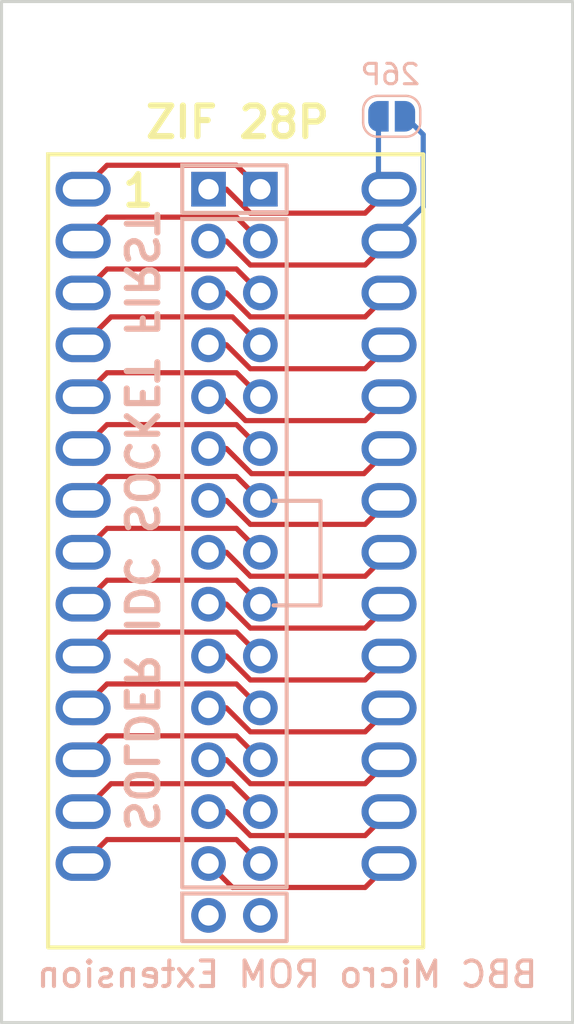
<source format=kicad_pcb>
(kicad_pcb (version 20221018) (generator pcbnew)
  (layers (0 "F.Cu" signal) (31 "B.Cu" signal) (34 "B.Paste" user) (35 "F.Paste" user) (36 "B.SilkS" user "B.Silkscreen") (37 "F.SilkS" user "F.Silkscreen") (38 "B.Mask" user) (39 "F.Mask" user) (44 "Edge.Cuts" user))
  (net 0 "")
  (net 1 "Net-(J3-Pin_3)")
  (net 2 "Net-(J3-Pin_4)")
  (net 3 "Net-(J3-Pin_5)")
  (net 4 "Net-(J3-Pin_6)")
  (net 5 "Net-(J3-Pin_7)")
  (net 6 "Net-(J3-Pin_8)")
  (net 7 "Net-(J3-Pin_9)")
  (net 8 "Net-(J3-Pin_10)")
  (net 9 "Net-(J3-Pin_11)")
  (net 10 "Net-(J3-Pin_12)")
  (net 11 "Net-(J3-Pin_13)")
  (net 12 "Net-(J3-Pin_14)")
  (net 13 "Net-(J1-Pin_2)")
  (net 14 "Net-(J1-Pin_3)")
  (net 15 "Net-(J1-Pin_4)")
  (net 16 "Net-(J1-Pin_5)")
  (net 17 "Net-(J1-Pin_6)")
  (net 18 "Net-(J1-Pin_7)")
  (net 19 "Net-(J1-Pin_8)")
  (net 20 "Net-(J1-Pin_9)")
  (net 21 "Net-(J1-Pin_10)")
  (net 22 "Net-(J1-Pin_11)")
  (net 23 "Net-(J1-Pin_12)")
  (net 24 "Net-(J1-Pin_13)")
  (net 25 "Net-(J1-Pin_14)")
  (net 26 "PIN28")
  (net 27 "PIN27")
  (net 28 "PIN1")
  (footprint "Connector_PinHeader_2.54mm:PinHeader_1x14_P2.54mm_Vertical" (layer "F.Cu") (at 134.7 77.15)
    (fp_text reference "J1" hide)
    (fp_text value "Conn_01x14" hide)
    (pad "1" thru_hole oval (at 0 0) (size 2.7 1.7) (drill oval 2 1) (layers "*.Cu" "B.Mask") (net 28 "PIN1"))
    (pad "2" thru_hole oval (at 0 2.54) (size 2.7 1.7) (drill oval 2 1) (layers "*.Cu" "B.Mask") (net 13 "Net-(J1-Pin_2)"))
    (pad "3" thru_hole oval (at 0 5.08) (size 2.7 1.7) (drill oval 2 1) (layers "*.Cu" "B.Mask") (net 14 "Net-(J1-Pin_3)"))
    (pad "4" thru_hole oval (at 0 7.62) (size 2.7 1.7) (drill oval 2 1) (layers "*.Cu" "B.Mask") (net 15 "Net-(J1-Pin_4)"))
    (pad "5" thru_hole oval (at 0 10.16) (size 2.7 1.7) (drill oval 2 1) (layers "*.Cu" "B.Mask") (net 16 "Net-(J1-Pin_5)"))
    (pad "6" thru_hole oval (at 0 12.7) (size 2.7 1.7) (drill oval 2 1) (layers "*.Cu" "B.Mask") (net 17 "Net-(J1-Pin_6)"))
    (pad "7" thru_hole oval (at 0 15.24) (size 2.7 1.7) (drill oval 2 1) (layers "*.Cu" "B.Mask") (net 18 "Net-(J1-Pin_7)"))
    (pad "8" thru_hole oval (at 0 17.78) (size 2.7 1.7) (drill oval 2 1) (layers "*.Cu" "B.Mask") (net 19 "Net-(J1-Pin_8)"))
    (pad "9" thru_hole oval (at 0 20.32) (size 2.7 1.7) (drill oval 2 1) (layers "*.Cu" "B.Mask") (net 20 "Net-(J1-Pin_9)"))
    (pad "10" thru_hole oval (at 0 22.86) (size 2.7 1.7) (drill oval 2 1) (layers "*.Cu" "B.Mask") (net 21 "Net-(J1-Pin_10)"))
    (pad "11" thru_hole oval (at 0 25.4) (size 2.7 1.7) (drill oval 2 1) (layers "*.Cu" "B.Mask") (net 22 "Net-(J1-Pin_11)"))
    (pad "12" thru_hole oval (at 0 27.94) (size 2.7 1.7) (drill oval 2 1) (layers "*.Cu" "B.Mask") (net 23 "Net-(J1-Pin_12)"))
    (pad "13" thru_hole oval (at 0 30.48) (size 2.7 1.7) (drill oval 2 1) (layers "*.Cu" "B.Mask") (net 24 "Net-(J1-Pin_13)"))
    (pad "14" thru_hole oval (at 0 33.02) (size 2.7 1.7) (drill oval 2 1) (layers "*.Cu" "B.Mask") (net 25 "Net-(J1-Pin_14)"))
  )
  (footprint "Connector_PinSocket_2.54mm:PinSocket_1x15_P2.54mm_Vertical" (layer "F.Cu") (at 140.85 77.15)
    (fp_text reference "J3" hide)
    (fp_text value "Conn_01x15")
    (pad "1" thru_hole rect (at 0 0) (size 1.7 1.7) (drill 1) (layers "*.Cu" "F.Mask") (net 26 "PIN28"))
    (pad "2" thru_hole oval (at 0 2.54) (size 1.7 1.7) (drill 1) (layers "*.Cu" "F.Mask") (net 27 "PIN27"))
    (pad "3" thru_hole oval (at 0 5.08) (size 1.7 1.7) (drill 1) (layers "*.Cu" "F.Mask") (net 1 "Net-(J3-Pin_3)"))
    (pad "4" thru_hole oval (at 0 7.62) (size 1.7 1.7) (drill 1) (layers "*.Cu" "F.Mask") (net 2 "Net-(J3-Pin_4)"))
    (pad "5" thru_hole oval (at 0 10.16) (size 1.7 1.7) (drill 1) (layers "*.Cu" "F.Mask") (net 3 "Net-(J3-Pin_5)"))
    (pad "6" thru_hole oval (at 0 12.7) (size 1.7 1.7) (drill 1) (layers "*.Cu" "F.Mask") (net 4 "Net-(J3-Pin_6)"))
    (pad "7" thru_hole oval (at 0 15.24) (size 1.7 1.7) (drill 1) (layers "*.Cu" "F.Mask") (net 5 "Net-(J3-Pin_7)"))
    (pad "8" thru_hole oval (at 0 17.78) (size 1.7 1.7) (drill 1) (layers "*.Cu" "F.Mask") (net 6 "Net-(J3-Pin_8)"))
    (pad "9" thru_hole oval (at 0 20.32) (size 1.7 1.7) (drill 1) (layers "*.Cu" "F.Mask") (net 7 "Net-(J3-Pin_9)"))
    (pad "10" thru_hole oval (at 0 22.86) (size 1.7 1.7) (drill 1) (layers "*.Cu" "F.Mask") (net 8 "Net-(J3-Pin_10)"))
    (pad "11" thru_hole oval (at 0 25.4) (size 1.7 1.7) (drill 1) (layers "*.Cu" "F.Mask") (net 9 "Net-(J3-Pin_11)"))
    (pad "12" thru_hole oval (at 0 27.94) (size 1.7 1.7) (drill 1) (layers "*.Cu" "F.Mask") (net 10 "Net-(J3-Pin_12)"))
    (pad "13" thru_hole oval (at 0 30.48) (size 1.7 1.7) (drill 1) (layers "*.Cu" "F.Mask") (net 11 "Net-(J3-Pin_13)"))
    (pad "14" thru_hole oval (at 0 33.02) (size 1.7 1.7) (drill 1) (layers "*.Cu" "F.Mask") (net 12 "Net-(J3-Pin_14)"))
    (pad "15" thru_hole oval (at 0 35.56) (size 1.7 1.7) (drill 1) (layers "*.Cu" "F.Mask"))
  )
  (footprint "Connector_PinHeader_2.54mm:PinHeader_1x14_P2.54mm_Vertical" (layer "F.Cu") (at 149.7 77.15)
    (fp_text reference "J4" hide)
    (fp_text value "Conn_01x14")
    (pad "1" thru_hole oval (at 0 0) (size 2.7 1.7) (drill oval 2 1) (layers "*.Cu" "B.Mask") (net 26 "PIN28"))
    (pad "2" thru_hole oval (at 0 2.54) (size 2.7 1.7) (drill oval 2 1) (layers "*.Cu" "B.Mask") (net 27 "PIN27"))
    (pad "3" thru_hole oval (at 0 5.08) (size 2.7 1.7) (drill oval 2 1) (layers "*.Cu" "B.Mask") (net 1 "Net-(J3-Pin_3)"))
    (pad "4" thru_hole oval (at 0 7.62) (size 2.7 1.7) (drill oval 2 1) (layers "*.Cu" "B.Mask") (net 2 "Net-(J3-Pin_4)"))
    (pad "5" thru_hole oval (at 0 10.16) (size 2.7 1.7) (drill oval 2 1) (layers "*.Cu" "B.Mask") (net 3 "Net-(J3-Pin_5)"))
    (pad "6" thru_hole oval (at 0 12.7) (size 2.7 1.7) (drill oval 2 1) (layers "*.Cu" "B.Mask") (net 4 "Net-(J3-Pin_6)"))
    (pad "7" thru_hole oval (at 0 15.24) (size 2.7 1.7) (drill oval 2 1) (layers "*.Cu" "B.Mask") (net 5 "Net-(J3-Pin_7)"))
    (pad "8" thru_hole oval (at 0 17.78) (size 2.7 1.7) (drill oval 2 1) (layers "*.Cu" "B.Mask") (net 6 "Net-(J3-Pin_8)"))
    (pad "9" thru_hole oval (at 0 20.32) (size 2.7 1.7) (drill oval 2 1) (layers "*.Cu" "B.Mask") (net 7 "Net-(J3-Pin_9)"))
    (pad "10" thru_hole oval (at 0 22.86) (size 2.7 1.7) (drill oval 2 1) (layers "*.Cu" "B.Mask") (net 8 "Net-(J3-Pin_10)"))
    (pad "11" thru_hole oval (at 0 25.4) (size 2.7 1.7) (drill oval 2 1) (layers "*.Cu" "B.Mask") (net 9 "Net-(J3-Pin_11)"))
    (pad "12" thru_hole oval (at 0 27.94) (size 2.7 1.7) (drill oval 2 1) (layers "*.Cu" "B.Mask") (net 10 "Net-(J3-Pin_12)"))
    (pad "13" thru_hole oval (at 0 30.48) (size 2.7 1.7) (drill oval 2 1) (layers "*.Cu" "B.Mask") (net 11 "Net-(J3-Pin_13)"))
    (pad "14" thru_hole oval (at 0 33.02) (size 2.7 1.7) (drill oval 2 1) (layers "*.Cu" "B.Mask") (net 12 "Net-(J3-Pin_14)"))
  )
  (footprint "Connector_PinSocket_2.54mm:PinSocket_1x15_P2.54mm_Vertical" (layer "F.Cu") (at 143.39 77.15)
    (fp_text reference "J2" hide)
    (fp_text value "Conn_01x15")
    (pad "1" thru_hole rect (at 0 0) (size 1.7 1.7) (drill 1) (layers "*.Cu" "F.Mask") (net 28 "PIN1"))
    (pad "2" thru_hole oval (at 0 2.54) (size 1.7 1.7) (drill 1) (layers "*.Cu" "F.Mask") (net 13 "Net-(J1-Pin_2)"))
    (pad "3" thru_hole oval (at 0 5.08) (size 1.7 1.7) (drill 1) (layers "*.Cu" "F.Mask") (net 14 "Net-(J1-Pin_3)"))
    (pad "4" thru_hole oval (at 0 7.62) (size 1.7 1.7) (drill 1) (layers "*.Cu" "F.Mask") (net 15 "Net-(J1-Pin_4)"))
    (pad "5" thru_hole oval (at 0 10.16) (size 1.7 1.7) (drill 1) (layers "*.Cu" "F.Mask") (net 16 "Net-(J1-Pin_5)"))
    (pad "6" thru_hole oval (at 0 12.7) (size 1.7 1.7) (drill 1) (layers "*.Cu" "F.Mask") (net 17 "Net-(J1-Pin_6)"))
    (pad "7" thru_hole oval (at 0 15.24) (size 1.7 1.7) (drill 1) (layers "*.Cu" "F.Mask") (net 18 "Net-(J1-Pin_7)"))
    (pad "8" thru_hole oval (at 0 17.78) (size 1.7 1.7) (drill 1) (layers "*.Cu" "F.Mask") (net 19 "Net-(J1-Pin_8)"))
    (pad "9" thru_hole oval (at 0 20.32) (size 1.7 1.7) (drill 1) (layers "*.Cu" "F.Mask") (net 20 "Net-(J1-Pin_9)"))
    (pad "10" thru_hole oval (at 0 22.86) (size 1.7 1.7) (drill 1) (layers "*.Cu" "F.Mask") (net 21 "Net-(J1-Pin_10)"))
    (pad "11" thru_hole oval (at 0 25.4) (size 1.7 1.7) (drill 1) (layers "*.Cu" "F.Mask") (net 22 "Net-(J1-Pin_11)"))
    (pad "12" thru_hole oval (at 0 27.94) (size 1.7 1.7) (drill 1) (layers "*.Cu" "F.Mask") (net 23 "Net-(J1-Pin_12)"))
    (pad "13" thru_hole oval (at 0 30.48) (size 1.7 1.7) (drill 1) (layers "*.Cu" "F.Mask") (net 24 "Net-(J1-Pin_13)"))
    (pad "14" thru_hole oval (at 0 33.02) (size 1.7 1.7) (drill 1) (layers "*.Cu" "F.Mask") (net 25 "Net-(J1-Pin_14)"))
    (pad "15" thru_hole oval (at 0 35.56) (size 1.7 1.7) (drill 1) (layers "*.Cu" "F.Mask"))
  )
  (footprint "Jumper:SolderJumper-2_P1.3mm_Open_RoundedPad1.0x1.5mm" (layer "B.Cu") (at 149.83 73.58)
    (fp_text reference "JP1" hide)
    (fp_text value "26P" (at -0.07 -2.05 unlocked) (layer "B.SilkS") (effects (justify mirror)))
    (fp_line (start -1.4 -0.3) (end -1.4 0.3) (stroke (width 0.12)) (layer "B.SilkS"))
    (fp_line (start -0.7 1) (end 0.7 1) (stroke (width 0.12)) (layer "B.SilkS"))
    (fp_line (start 0.7 -1) (end -0.7 -1) (stroke (width 0.12)) (layer "B.SilkS"))
    (fp_line (start 1.4 0.3) (end 1.4 -0.3) (stroke (width 0.12)) (layer "B.SilkS"))
    (fp_arc (start -1.4 -0.3) (mid -1.194975 -0.794975) (end -0.7 -1) (stroke (width 0.12)) (layer "B.SilkS"))
    (fp_arc (start -0.7 1) (mid -1.194975 0.794975) (end -1.4 0.3) (stroke (width 0.12)) (layer "B.SilkS"))
    (fp_arc (start 0.7 -1) (mid 1.194975 -0.794975) (end 1.4 -0.3) (stroke (width 0.12)) (layer "B.SilkS"))
    (fp_arc (start 1.4 0.3) (mid 1.194975 0.794975) (end 0.7 1) (stroke (width 0.12)) (layer "B.SilkS"))
    (pad "1" smd custom (at -0.65 0) (size 1 0.5) (layers "B.Cu" "B.Mask") (net 26 "PIN28") (options (clearance outline) (anchor rect)) (primitives (gr_circle (center 0 -0.25) (end 0.5 -0.25) (width 0) (fill yes)) (gr_circle (center 0 0.25) (end 0.5 0.25) (width 0) (fill yes)) (gr_poly (pts (xy 0.5 -0.75) (xy 0 -0.75) (xy 0 0.75) (xy 0.5 0.75)) (width 0) (fill yes))))
    (pad "2" smd custom (at 0.65 0) (size 1 0.5) (layers "B.Cu" "B.Mask") (net 27 "PIN27") (options (clearance outline) (anchor rect)) (primitives (gr_circle (center 0 -0.25) (end 0.5 -0.25) (width 0) (fill yes)) (gr_circle (center 0 0.25) (end 0.5 0.25) (width 0) (fill yes)) (gr_poly (pts (xy 0 -0.75) (xy -0.5 -0.75) (xy -0.5 0.75) (xy 0 0.75)) (width 0) (fill yes))))
  )
  (gr_line (start 146.34 92.41) (end 144.04 92.41) (stroke (width 0.2)) (layer "B.SilkS"))
  (gr_rect (start 139.56 78.61) (end 144.68 111.34) (stroke (width 0.2)) (fill none) (layer "B.SilkS"))
  (gr_line (start 146.34 97.53) (end 144.04 97.53) (stroke (width 0.2)) (layer "B.SilkS"))
  (gr_rect (start 139.56 75.98) (end 144.68 78.31) (stroke (width 0.2)) (fill none) (layer "B.SilkS"))
  (gr_rect (start 139.56 111.64) (end 144.68 113.97) (stroke (width 0.2)) (fill none) (layer "B.SilkS"))
  (gr_line (start 146.34 97.53) (end 146.34 92.41) (stroke (width 0.2)) (layer "B.SilkS"))
  (gr_rect (start 132.985 75.44) (end 151.375 114.28) (stroke (width 0.2)) (fill none) (layer "F.SilkS"))
  (gr_line (start 158.7 67.96) (end 158.7 117.96) (stroke (width 0.15)) (layer "Edge.Cuts"))
  (gr_line (start 130.7 117.96) (end 158.7 117.96) (stroke (width 0.15)) (layer "Edge.Cuts"))
  (gr_line (start 130.7 67.96) (end 158.7 67.96) (stroke (width 0.15)) (layer "Edge.Cuts"))
  (gr_line (start 130.7 67.96) (end 130.7 117.96) (stroke (width 0.15)) (layer "Edge.Cuts"))
  (gr_text "BBC Micro ROM Extension" (at 144.7 115.6) (layer "B.SilkS") (effects (font (size 1.25 1.25) (thickness 0.2)) (justify mirror)))
  (gr_text "SOLDER IDC SOCKET FIRST" (at 136.64 108.75 -90) (layer "B.SilkS") (effects (font (size 1.5 1.5) (thickness 0.3) bold) (justify left bottom mirror)))
  (gr_text "ZIF 28P" (at 137.61 74.75) (layer "F.SilkS") (effects (font (size 1.5 1.5) (thickness 0.3) bold) (justify left bottom)))
  (gr_text "1" (at 136.49 78.11) (layer "F.SilkS") (effects (font (size 1.5 1.5) (thickness 0.3) bold) (justify left bottom)))
  (segment (start 142.899462 83.402344) (end 148.527656 83.402344) (width 0.254) (layer "F.Cu") (net 1))
  (segment (start 148.527656 83.402344) (end 149.7 82.23) (width 0.254) (layer "F.Cu") (net 1))
  (segment (start 141.727118 82.23) (end 142.899462 83.402344) (width 0.254) (layer "F.Cu") (net 1))
  (segment (start 140.85 82.23) (end 141.727118 82.23) (width 0.254) (layer "F.Cu") (net 1))
  (segment (start 148.527656 85.942344) (end 149.7 84.77) (width 0.254) (layer "F.Cu") (net 2))
  (segment (start 142.899462 85.942344) (end 148.527656 85.942344) (width 0.254) (layer "F.Cu") (net 2))
  (segment (start 141.727118 84.77) (end 142.899462 85.942344) (width 0.254) (layer "F.Cu") (net 2))
  (segment (start 140.85 84.77) (end 141.727118 84.77) (width 0.254) (layer "F.Cu") (net 2))
  (segment (start 149.7 87.31) (end 148.527656 88.482344) (width 0.254) (layer "F.Cu") (net 3))
  (segment (start 142.664397 88.482344) (end 141.492053 87.31) (width 0.254) (layer "F.Cu") (net 3))
  (segment (start 141.492053 87.31) (end 140.85 87.31) (width 0.254) (layer "F.Cu") (net 3))
  (segment (start 148.527656 88.482344) (end 142.664397 88.482344) (width 0.254) (layer "F.Cu") (net 3))
  (segment (start 140.85 89.85) (end 141.727118 89.85) (width 0.254) (layer "F.Cu") (net 4))
  (segment (start 141.727118 89.85) (end 142.957118 91.08) (width 0.254) (layer "F.Cu") (net 4))
  (segment (start 148.47 91.08) (end 149.7 89.85) (width 0.254) (layer "F.Cu") (net 4))
  (segment (start 142.957118 91.08) (end 148.47 91.08) (width 0.254) (layer "F.Cu") (net 4))
  (segment (start 140.85 92.39) (end 141.727118 92.39) (width 0.254) (layer "F.Cu") (net 5))
  (segment (start 142.899462 93.562344) (end 148.527656 93.562344) (width 0.254) (layer "F.Cu") (net 5))
  (segment (start 141.727118 92.39) (end 142.899462 93.562344) (width 0.254) (layer "F.Cu") (net 5))
  (segment (start 148.527656 93.562344) (end 149.7 92.39) (width 0.254) (layer "F.Cu") (net 5))
  (segment (start 140.85 94.93) (end 141.727118 94.93) (width 0.254) (layer "F.Cu") (net 6))
  (segment (start 141.727118 94.93) (end 142.899462 96.102344) (width 0.254) (layer "F.Cu") (net 6))
  (segment (start 142.899462 96.102344) (end 148.527656 96.102344) (width 0.254) (layer "F.Cu") (net 6))
  (segment (start 148.527656 96.102344) (end 149.7 94.93) (width 0.254) (layer "F.Cu") (net 6))
  (segment (start 140.85 97.47) (end 141.727118 97.47) (width 0.254) (layer "F.Cu") (net 7))
  (segment (start 148.527656 98.642344) (end 149.7 97.47) (width 0.254) (layer "F.Cu") (net 7))
  (segment (start 141.727118 97.47) (end 142.899462 98.642344) (width 0.254) (layer "F.Cu") (net 7))
  (segment (start 142.899462 98.642344) (end 148.527656 98.642344) (width 0.254) (layer "F.Cu") (net 7))
  (segment (start 141.727118 100.01) (end 142.899462 101.182344) (width 0.254) (layer "F.Cu") (net 8))
  (segment (start 142.899462 101.182344) (end 148.527656 101.182344) (width 0.254) (layer "F.Cu") (net 8))
  (segment (start 140.85 100.01) (end 141.727118 100.01) (width 0.254) (layer "F.Cu") (net 8))
  (segment (start 148.527656 101.182344) (end 149.7 100.01) (width 0.254) (layer "F.Cu") (net 8))
  (segment (start 140.85 102.55) (end 141.727118 102.55) (width 0.254) (layer "F.Cu") (net 9))
  (segment (start 142.899462 103.722344) (end 148.527656 103.722344) (width 0.254) (layer "F.Cu") (net 9))
  (segment (start 148.527656 103.722344) (end 149.7 102.55) (width 0.254) (layer "F.Cu") (net 9))
  (segment (start 141.727118 102.55) (end 142.899462 103.722344) (width 0.254) (layer "F.Cu") (net 9))
  (segment (start 148.527656 106.262344) (end 149.7 105.09) (width 0.254) (layer "F.Cu") (net 10))
  (segment (start 142.899462 106.262344) (end 148.527656 106.262344) (width 0.254) (layer "F.Cu") (net 10))
  (segment (start 141.727118 105.09) (end 142.899462 106.262344) (width 0.254) (layer "F.Cu") (net 10))
  (segment (start 140.85 105.09) (end 141.727118 105.09) (width 0.254) (layer "F.Cu") (net 10))
  (segment (start 142.899462 108.802344) (end 148.527656 108.802344) (width 0.254) (layer "F.Cu") (net 11))
  (segment (start 148.527656 108.802344) (end 149.7 107.63) (width 0.254) (layer "F.Cu") (net 11))
  (segment (start 140.85 107.63) (end 141.727118 107.63) (width 0.254) (layer "F.Cu") (net 11))
  (segment (start 141.727118 107.63) (end 142.899462 108.802344) (width 0.254) (layer "F.Cu") (net 11))
  (segment (start 148.527656 111.342344) (end 149.7 110.17) (width 0.254) (layer "F.Cu") (net 12))
  (segment (start 142.022344 111.342344) (end 148.527656 111.342344) (width 0.254) (layer "F.Cu") (net 12))
  (segment (start 140.85 110.17) (end 142.022344 111.342344) (width 0.254) (layer "F.Cu") (net 12))
  (segment (start 142.217656 78.517656) (end 143.39 79.69) (width 0.254) (layer "F.Cu") (net 13))
  (segment (start 135.872344 78.517656) (end 142.217656 78.517656) (width 0.254) (layer "F.Cu") (net 13))
  (segment (start 134.7 79.69) (end 135.872344 78.517656) (width 0.254) (layer "F.Cu") (net 13))
  (segment (start 134.7 82.23) (end 135.872344 81.057656) (width 0.254) (layer "F.Cu") (net 14))
  (segment (start 135.872344 81.057656) (end 142.217656 81.057656) (width 0.254) (layer "F.Cu") (net 14))
  (segment (start 142.217656 81.057656) (end 143.39 82.23) (width 0.254) (layer "F.Cu") (net 14))
  (segment (start 136.067656 83.402344) (end 142.022344 83.402344) (width 0.254) (layer "F.Cu") (net 15))
  (segment (start 142.022344 83.402344) (end 143.39 84.77) (width 0.254) (layer "F.Cu") (net 15))
  (segment (start 134.7 84.77) (end 136.067656 83.402344) (width 0.254) (layer "F.Cu") (net 15))
  (segment (start 134.7 87.31) (end 135.872344 86.137656) (width 0.254) (layer "F.Cu") (net 16))
  (segment (start 135.872344 86.137656) (end 142.217656 86.137656) (width 0.254) (layer "F.Cu") (net 16))
  (segment (start 142.217656 86.137656) (end 143.39 87.31) (width 0.254) (layer "F.Cu") (net 16))
  (segment (start 134.7 89.85) (end 135.872344 88.677656) (width 0.254) (layer "F.Cu") (net 17))
  (segment (start 142.217656 88.677656) (end 143.39 89.85) (width 0.254) (layer "F.Cu") (net 17))
  (segment (start 135.872344 88.677656) (end 142.217656 88.677656) (width 0.254) (layer "F.Cu") (net 17))
  (segment (start 142.217656 91.217656) (end 143.39 92.39) (width 0.254) (layer "F.Cu") (net 18))
  (segment (start 134.7 92.39) (end 135.872344 91.217656) (width 0.254) (layer "F.Cu") (net 18))
  (segment (start 135.872344 91.217656) (end 142.217656 91.217656) (width 0.254) (layer "F.Cu") (net 18))
  (segment (start 134.7 94.93) (end 135.872344 93.757656) (width 0.254) (layer "F.Cu") (net 19))
  (segment (start 135.872344 93.757656) (end 142.217656 93.757656) (width 0.254) (layer "F.Cu") (net 19))
  (segment (start 142.217656 93.757656) (end 143.39 94.93) (width 0.254) (layer "F.Cu") (net 19))
  (segment (start 135.872344 96.297656) (end 142.217656 96.297656) (width 0.254) (layer "F.Cu") (net 20))
  (segment (start 142.217656 96.297656) (end 143.39 97.47) (width 0.254) (layer "F.Cu") (net 20))
  (segment (start 134.7 97.47) (end 135.872344 96.297656) (width 0.254) (layer "F.Cu") (net 20))
  (segment (start 142.217656 98.837656) (end 143.39 100.01) (width 0.254) (layer "F.Cu") (net 21))
  (segment (start 134.7 100.01) (end 135.872344 98.837656) (width 0.254) (layer "F.Cu") (net 21))
  (segment (start 135.872344 98.837656) (end 142.217656 98.837656) (width 0.254) (layer "F.Cu") (net 21))
  (segment (start 134.7 102.55) (end 135.872344 101.377656) (width 0.254) (layer "F.Cu") (net 22))
  (segment (start 142.217656 101.377656) (end 143.39 102.55) (width 0.254) (layer "F.Cu") (net 22))
  (segment (start 135.872344 101.377656) (end 142.217656 101.377656) (width 0.254) (layer "F.Cu") (net 22))
  (segment (start 135.872344 103.917656) (end 142.217656 103.917656) (width 0.254) (layer "F.Cu") (net 23))
  (segment (start 142.217656 103.917656) (end 143.39 105.09) (width 0.254) (layer "F.Cu") (net 23))
  (segment (start 134.7 105.09) (end 135.872344 103.917656) (width 0.254) (layer "F.Cu") (net 23))
  (segment (start 134.7 107.63) (end 136.067656 106.262344) (width 0.254) (layer "F.Cu") (net 24))
  (segment (start 136.067656 106.262344) (end 142.022344 106.262344) (width 0.254) (layer "F.Cu") (net 24))
  (segment (start 142.022344 106.262344) (end 143.39 107.63) (width 0.254) (layer "F.Cu") (net 24))
  (segment (start 142.217656 108.997656) (end 143.39 110.17) (width 0.254) (layer "F.Cu") (net 25))
  (segment (start 135.872344 108.997656) (end 142.217656 108.997656) (width 0.254) (layer "F.Cu") (net 25))
  (segment (start 134.7 110.17) (end 135.872344 108.997656) (width 0.254) (layer "F.Cu") (net 25))
  (segment (start 141.727118 77.15) (end 142.899462 78.322344) (width 0.254) (layer "F.Cu") (net 26))
  (segment (start 142.899462 78.322344) (end 148.527656 78.322344) (width 0.254) (layer "F.Cu") (net 26))
  (segment (start 148.527656 78.322344) (end 149.7 77.15) (width 0.254) (layer "F.Cu") (net 26))
  (segment (start 140.85 77.15) (end 141.727118 77.15) (width 0.254) (layer "F.Cu") (net 26))
  (segment (start 149.18 76.63) (end 149.7 77.15) (width 0.254) (layer "B.Cu") (net 26))
  (segment (start 149.18 73.58) (end 149.18 76.63) (width 0.254) (layer "B.Cu") (net 26))
  (segment (start 140.85 79.69) (end 141.727118 79.69) (width 0.254) (layer "F.Cu") (net 27))
  (segment (start 142.899462 80.862344) (end 148.527656 80.862344) (width 0.254) (layer "F.Cu") (net 27))
  (segment (start 148.527656 80.862344) (end 149.7 79.69) (width 0.254) (layer "F.Cu") (net 27))
  (segment (start 141.727118 79.69) (end 142.899462 80.862344) (width 0.254) (layer "F.Cu") (net 27))
  (segment (start 151.375753 78.014247) (end 149.7 79.69) (width 0.254) (layer "B.Cu") (net 27))
  (segment (start 151.375753 74.475753) (end 151.375753 78.014247) (width 0.254) (layer "B.Cu") (net 27))
  (segment (start 150.48 73.58) (end 151.375753 74.475753) (width 0.254) (layer "B.Cu") (net 27))
  (segment (start 135.872344 75.977656) (end 142.217656 75.977656) (width 0.254) (layer "F.Cu") (net 28))
  (segment (start 142.217656 75.977656) (end 143.39 77.15) (width 0.254) (layer "F.Cu") (net 28))
  (segment (start 134.7 77.15) (end 135.872344 75.977656) (width 0.254) (layer "F.Cu") (net 28))
)
</source>
